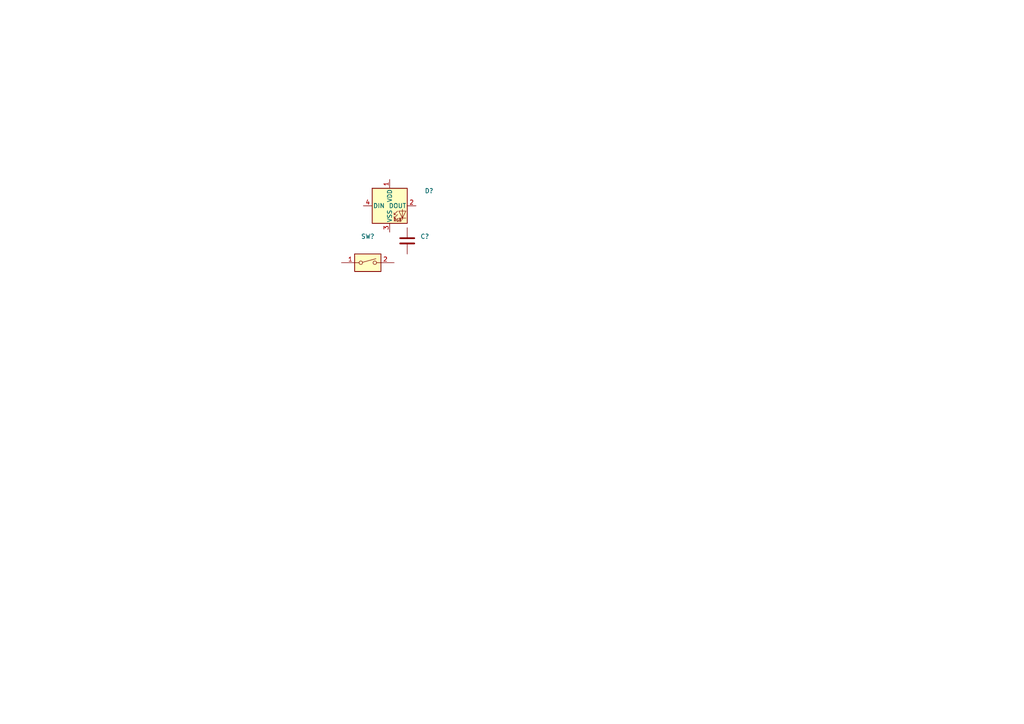
<source format=kicad_sch>
(kicad_sch (version 20211123) (generator eeschema)
  (paper "A4")
  (lib_symbols
    (symbol "Device:C" (pin_numbers hide) (pin_names (offset 0.254))
      (property "Reference" "C" (at 0.635 2.54 0))
      (property "Value" "C" (at 0.635 -2.54 0))
      (symbol "C_0_1"
        (polyline (pts (xy -2.032 -0.762) (xy 2.032 -0.762)) (stroke (width 0.508)))
        (polyline (pts (xy -2.032 0.762) (xy 2.032 0.762)) (stroke (width 0.508)))
      )
      (symbol "C_1_1"
        (pin passive line (at 0 3.81 270) (length 2.794) (name "~") (number "1"))
        (pin passive line (at 0 -3.81 90) (length 2.794) (name "~") (number "2"))
      )
    )
    (symbol "LED:WS2812B" (pin_names (offset 0.254))
      (property "Reference" "D" (at 5.08 5.715 0))
      (property "Value" "WS2812B" (at 1.27 -5.715 0))
      (symbol "WS2812B_0_0"
        (text "RGB" (at 2.286 -4.191 0) (effects (font (size 0.762 0.762))))
      )
      (symbol "WS2812B_0_1"
        (polyline (pts (xy 1.27 -3.556) (xy 1.778 -3.556)))
        (polyline (pts (xy 1.27 -2.54) (xy 1.778 -2.54)))
        (polyline (pts (xy 4.699 -3.556) (xy 2.667 -3.556)))
        (polyline (pts (xy 2.286 -2.54) (xy 1.27 -3.556) (xy 1.27 -3.048)))
        (polyline (pts (xy 2.286 -1.524) (xy 1.27 -2.54) (xy 1.27 -2.032)))
        (polyline (pts (xy 3.683 -1.016) (xy 3.683 -3.556) (xy 3.683 -4.064)))
        (polyline (pts (xy 4.699 -1.524) (xy 2.667 -1.524) (xy 3.683 -3.556) (xy 4.699 -1.524)))
        (rectangle (start 5.08 5.08) (end -5.08 -5.08) (stroke (width 0.254)) (fill (type background)))
      )
      (symbol "WS2812B_1_1"
        (pin power_in line (at 0 7.62 270) (length 2.54) (name "VDD") (number "1"))
        (pin output line (at 7.62 0 180) (length 2.54) (name "DOUT") (number "2"))
        (pin power_in line (at 0 -7.62 90) (length 2.54) (name "VSS") (number "3"))
        (pin input line (at -7.62 0 0) (length 2.54) (name "DIN") (number "4"))
      )
    )
    (symbol "Switch:SW_DIP_x01" (pin_names (offset 0) hide)
      (property "Reference" "SW" (at 0 3.81 0))
      (property "Value" "SW_DIP_x01" (at 0 -3.81 0))
      (symbol "SW_DIP_x01_0_0"
        (circle (center -2.032 0) (radius 0.508))
        (polyline (pts (xy -1.524 0.127) (xy 2.3622 1.1684)))
        (circle (center 2.032 0) (radius 0.508))
      )
      (symbol "SW_DIP_x01_0_1"
        (rectangle (start -3.81 2.54) (end 3.81 -2.54) (stroke (width 0.254)) (fill (type background)))
      )
      (symbol "SW_DIP_x01_1_1"
        (pin passive line (at -7.62 0 0) (length 5.08) (name "~") (number "1"))
        (pin passive line (at 7.62 0 180) (length 5.08) (name "~") (number "2"))
      )
    )
  )
  (symbol (lib_id "LED:WS2812B") (at 113.03 59.69 0) (unit 1)
    (property "Reference" "D?" (at 124.46 55.3593 0))
    (property "Datasheet" "https://cdn-shop.adafruit.com/datasheets/WS2812B.pdf" (effects hide))
  )
  (symbol (lib_id "Switch:SW_DIP_x01") (at 106.68 76.2 0) (unit 1)
    (property "Reference" "SW?" (at 106.68 68.58 0))
  )
  (symbol (lib_id "Device:C") (at 118.11 69.85 0) (unit 1)
    (property "Reference" "C?" (at 121.92 68.5799 0) (effects (justify left)))
  )
)
</source>
